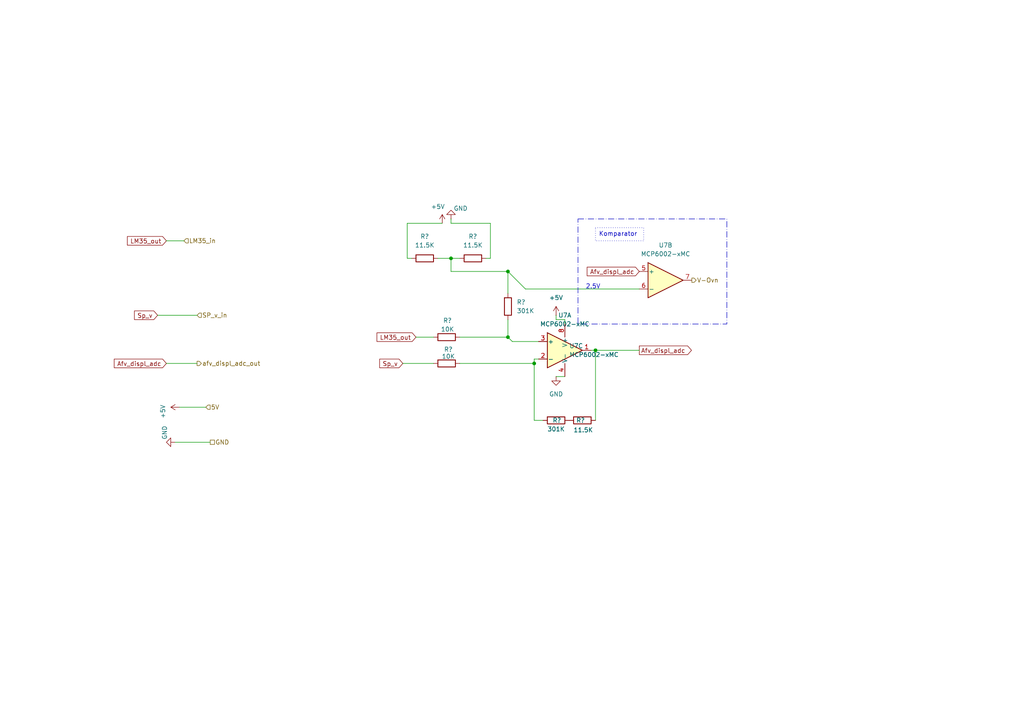
<source format=kicad_sch>
(kicad_sch (version 20231120) (generator "eeschema") (generator_version "8.0")
  (paper "A4")
  (lib_symbols
    (symbol "Amplifier_Operational:MCP6002-xMC" (pin_names (offset 0.127))
      (property "Reference" "U" (at 0 5.08 0))
      (property "Value" "MCP6002-xMC" (at 0 -5.08 0))
      (symbol "MCP6002-xMC_1_1"
        (polyline (pts (xy -5.08 5.08) (xy 5.08 0) (xy -5.08 -5.08) (xy -5.08 5.08)) (stroke (width 0.254)) (fill (type background)))
        (pin output line (at 7.62 0 180) (length 2.54) (name "~") (number "1"))
        (pin input line (at -7.62 -2.54 0) (length 2.54) (name "-") (number "2"))
        (pin input line (at -7.62 2.54 0) (length 2.54) (name "+") (number "3"))
      )
      (symbol "MCP6002-xMC_2_1"
        (polyline (pts (xy -5.08 5.08) (xy 5.08 0) (xy -5.08 -5.08) (xy -5.08 5.08)) (stroke (width 0.254)) (fill (type background)))
        (pin input line (at -7.62 2.54 0) (length 2.54) (name "+") (number "5"))
        (pin input line (at -7.62 -2.54 0) (length 2.54) (name "-") (number "6"))
        (pin output line (at 7.62 0 180) (length 2.54) (name "~") (number "7"))
      )
      (symbol "MCP6002-xMC_3_1"
        (pin power_in line (at -2.54 -7.62 90) (length 3.81) (name "V-") (number "4"))
        (pin power_in line (at -2.54 7.62 270) (length 3.81) (name "V+") (number "8"))
        (pin passive line (at -2.54 -7.62 90) (length 3.81) hide (name "V-") (number "9"))
      )
    )
    (symbol "Device:R" (pin_numbers hide) (pin_names (offset 0))
      (property "Reference" "R" (at 2.032 0 90))
      (property "Value" "R" (at 0 0 90))
      (symbol "R_0_1"
        (rectangle (start -1.016 -2.54) (end 1.016 2.54) (stroke (width 0.254)))
      )
      (symbol "R_1_1"
        (pin passive line (at 0 3.81 270) (length 1.27) (name "~") (number "1"))
        (pin passive line (at 0 -3.81 90) (length 1.27) (name "~") (number "2"))
      )
    )
    (symbol "power:+5V" (power) (pin_numbers hide) (pin_names (offset 0) hide)
      (property "Value" "+5V" (at 0 3.556 0))
      (symbol "+5V_0_1"
        (polyline (pts (xy -0.762 1.27) (xy 0 2.54)))
        (polyline (pts (xy 0 0) (xy 0 2.54)))
        (polyline (pts (xy 0 2.54) (xy 0.762 1.27)))
      )
      (symbol "+5V_1_1"
        (pin power_in line (at 0 0 90) (length 0) (name "~") (number "1"))
      )
    )
    (symbol "power:GND" (power) (pin_numbers hide) (pin_names (offset 0) hide)
      (property "Value" "GND" (at 0 -3.81 0))
      (symbol "GND_0_1"
        (polyline (pts (xy 0 0) (xy 0 -1.27) (xy 1.27 -1.27) (xy 0 -2.54) (xy -1.27 -1.27) (xy 0 -1.27)))
      )
      (symbol "GND_1_1"
        (pin power_in line (at 0 0 270) (length 0) (name "~") (number "1"))
      )
    )
  )
  (junction (at 130.81 74.93))
  (junction (at 147.32 78.74))
  (junction (at 147.32 97.79))
  (junction (at 172.72 101.6))
  (junction (at 154.94 105.41))
  (wire (pts (xy 118.11 74.93) (xy 119.38 74.93)))
  (wire (pts (xy 120.65 97.79) (xy 125.73 97.79)))
  (wire (pts (xy 156.21 104.14) (xy 154.94 104.14)))
  (wire (pts (xy 154.94 105.41) (xy 154.94 121.92)))
  (wire (pts (xy 172.72 101.6) (xy 185.42 101.6)))
  (wire (pts (xy 142.24 74.93) (xy 140.97 74.93)))
  (wire (pts (xy 127 74.93) (xy 130.81 74.93)))
  (wire (pts (xy 116.84 105.41) (xy 125.73 105.41)))
  (wire (pts (xy 118.11 64.77) (xy 118.11 74.93)))
  (wire (pts (xy 130.81 74.93) (xy 130.81 78.74)))
  (wire (pts (xy 130.81 74.93) (xy 133.35 74.93)))
  (wire (pts (xy 48.26 69.85) (xy 53.34 69.85)))
  (wire (pts (xy 185.42 83.82) (xy 152.4 83.82)))
  (wire (pts (xy 163.83 109.22) (xy 161.29 109.22)))
  (wire (pts (xy 163.83 92.71) (xy 161.29 92.71)))
  (wire (pts (xy 171.45 101.6) (xy 172.72 101.6)))
  (wire (pts (xy 154.94 104.14) (xy 154.94 105.41)))
  (wire (pts (xy 133.35 105.41) (xy 154.94 105.41)))
  (wire (pts (xy 172.72 101.6) (xy 172.72 121.92)))
  (wire (pts (xy 50.8 128.27) (xy 60.96 128.27)))
  (wire (pts (xy 142.24 64.77) (xy 142.24 74.93)))
  (wire (pts (xy 48.26 105.41) (xy 57.15 105.41)))
  (wire (pts (xy 130.81 78.74) (xy 147.32 78.74)))
  (wire (pts (xy 147.32 85.09) (xy 147.32 78.74)))
  (wire (pts (xy 118.11 64.77) (xy 128.27 64.77)))
  (wire (pts (xy 163.83 92.71) (xy 163.83 93.98)))
  (wire (pts (xy 52.07 118.11) (xy 59.69 118.11)))
  (wire (pts (xy 148.59 99.06) (xy 147.32 97.79)))
  (wire (pts (xy 161.29 92.71) (xy 161.29 91.44)))
  (wire (pts (xy 156.21 99.06) (xy 148.59 99.06)))
  (wire (pts (xy 152.4 83.82) (xy 147.32 78.74)))
  (wire (pts (xy 142.24 64.77) (xy 130.81 64.77)))
  (wire (pts (xy 133.35 97.79) (xy 147.32 97.79)))
  (wire (pts (xy 154.94 121.92) (xy 157.48 121.92)))
  (wire (pts (xy 130.81 63.5) (xy 130.81 64.77)))
  (wire (pts (xy 45.72 91.44) (xy 57.15 91.44)))
  (wire (pts (xy 147.32 92.71) (xy 147.32 97.79)))
  (rectangle (start 167.64 63.5) (end 210.82 93.98) (stroke (width 0) (type dash_dot)))
  (text_box "Komparator\n" (at 172.72 66.04 0) (size 13.97 3.81) (stroke (width 0) (type dot)) (effects (font (size 1.27 1.27)) (justify left top)))
  (text_box "2.5V" (at 168.91 81.28 0) (size 3.81 2.54) (stroke (width -0.0001)) (effects (font (size 1.27 1.27)) (justify left top)))
  (global_label "Sp_v" (shape input) (at 116.84 105.41 180) (property "Intersheetrefs" "${INTERSHEET_REFS}" (effects (hide yes))))
  (global_label "Sp_v" (shape input) (at 45.72 91.44 180) (property "Intersheetrefs" "${INTERSHEET_REFS}" (effects (hide yes))))
  (global_label "LM35_out" (shape input) (at 48.26 69.85 180) (property "Intersheetrefs" "${INTERSHEET_REFS}" (effects (hide yes))))
  (global_label "Afv_displ_adc" (shape output) (at 185.42 101.6 0) (property "Intersheetrefs" "${INTERSHEET_REFS}" (effects (hide yes))))
  (global_label "Afv_displ_adc" (shape input) (at 48.26 105.41 180) (property "Intersheetrefs" "${INTERSHEET_REFS}" (effects (hide yes))))
  (global_label "LM35_out" (shape input) (at 120.65 97.79 180) (property "Intersheetrefs" "${INTERSHEET_REFS}" (effects (hide yes))))
  (global_label "Afv_displ_adc" (shape input) (at 185.42 78.74 180) (property "Intersheetrefs" "${INTERSHEET_REFS}" (effects (hide yes))))
  (hierarchical_label "GND" (shape passive) (at 60.96 128.27 0))
  (hierarchical_label "5V" (shape input) (at 59.69 118.11 0))
  (hierarchical_label "LM35_in" (shape input) (at 53.34 69.85 0))
  (hierarchical_label "afv_displ_adc_out" (shape output) (at 57.15 105.41 0))
  (hierarchical_label "SP_v_in" (shape input) (at 57.15 91.44 0))
  (hierarchical_label "V-Ovn" (shape output) (at 200.66 81.28 0))
  (symbol (lib_id "power:GND") (at 161.29 109.22 0) (unit 1)
    (property "Reference" "#PWR?" (effects (hide yes)))
    (property "Value" "GND" (at 161.29 114.3 0))
    (property "Description" "Power symbol creates a global label with name \"GND\" , ground" (effects (hide yes)))
  )
  (symbol (lib_id "Device:R") (at 129.54 97.79 90) (unit 1)
    (property "Reference" "R?" (at 129.794 92.964 90))
    (property "Value" "10K" (at 129.794 95.504 90))
    (property "Footprint" "Resistor_THT:R_Axial_DIN0204_L3.6mm_D1.6mm_P5.08mm_Horizontal" (effects (hide yes)))
    (property "Description" "Resistor" (effects (hide yes)))
  )
  (symbol (lib_id "power:+5V") (at 128.27 64.77 0) (unit 1)
    (property "Reference" "#PWR?" (effects (hide yes)))
    (property "Value" "+5V" (at 127 59.944 0))
    (property "Description" "Power symbol creates a global label with name \"+5V\"" (effects (hide yes)))
  )
  (symbol (lib_id "Device:R") (at 168.91 121.92 90) (unit 1)
    (property "Reference" "R?" (at 168.402 121.92 90))
    (property "Value" "11.5K" (at 169.164 124.714 90))
    (property "Footprint" "Resistor_THT:R_Axial_DIN0204_L3.6mm_D1.6mm_P5.08mm_Horizontal" (effects (hide yes)))
    (property "Description" "Resistor" (effects (hide yes)))
  )
  (symbol (lib_id "Amplifier_Operational:MCP6002-xMC") (at 193.04 81.28 0) (unit 2)
    (property "Reference" "U7" (at 193.04 71.12 0))
    (property "Value" "MCP6002-xMC" (at 193.04 73.66 0))
    (property "Footprint" "Package_DIP:DIP-8_W7.62mm" (effects (hide yes)))
    (property "Datasheet" "http://ww1.microchip.com/downloads/en/DeviceDoc/21733j.pdf" (effects (hide yes)))
    (property "Description" "1MHz, Low-Power Op Amp, DFN-8" (effects (hide yes)))
  )
  (symbol (lib_id "Device:R") (at 161.29 121.92 90) (unit 1)
    (property "Reference" "R?" (at 161.544 121.92 90))
    (property "Value" "301K" (at 161.29 124.46 90))
    (property "Footprint" "Resistor_THT:R_Axial_DIN0204_L3.6mm_D1.6mm_P5.08mm_Horizontal" (effects (hide yes)))
    (property "Description" "Resistor" (effects (hide yes)))
  )
  (symbol (lib_id "Device:R") (at 129.54 105.41 90) (unit 1)
    (property "Reference" "R?" (at 130.048 101.346 90))
    (property "Value" "10K" (at 130.048 103.378 90))
    (property "Footprint" "Resistor_THT:R_Axial_DIN0204_L3.6mm_D1.6mm_P5.08mm_Horizontal" (effects (hide yes)))
    (property "Description" "Resistor" (effects (hide yes)))
  )
  (symbol (lib_id "Amplifier_Operational:MCP6002-xMC") (at 163.83 101.6 0) (unit 1)
    (property "Reference" "U7" (at 163.83 91.44 0))
    (property "Value" "MCP6002-xMC" (at 163.83 93.98 0))
    (property "Footprint" "Package_DIP:DIP-8_W7.62mm" (effects (hide yes)))
    (property "Datasheet" "http://ww1.microchip.com/downloads/en/DeviceDoc/21733j.pdf" (effects (hide yes)))
    (property "Description" "1MHz, Low-Power Op Amp, DFN-8" (effects (hide yes)))
  )
  (symbol (lib_id "power:+5V") (at 161.29 91.44 0) (unit 1)
    (property "Reference" "#PWR?" (effects (hide yes)))
    (property "Value" "+5V" (at 161.29 86.36 0))
    (property "Description" "Power symbol creates a global label with name \"+5V\"" (effects (hide yes)))
  )
  (symbol (lib_id "power:GND") (at 50.8 128.27 270) (unit 1)
    (property "Reference" "#PWR?" (effects (hide yes)))
    (property "Value" "GND" (at 47.752 125.476 0))
    (property "Description" "Power symbol creates a global label with name \"GND\" , ground" (effects (hide yes)))
  )
  (symbol (lib_id "Device:R") (at 137.16 74.93 90) (unit 1)
    (property "Reference" "R?" (at 137.16 68.58 90))
    (property "Value" "11.5K" (at 137.16 71.12 90))
    (property "Footprint" "Resistor_THT:R_Axial_DIN0204_L3.6mm_D1.6mm_P5.08mm_Horizontal" (effects (hide yes)))
    (property "Description" "Resistor" (effects (hide yes)))
  )
  (symbol (lib_id "Amplifier_Operational:MCP6002-xMC") (at 166.37 101.6 0) (unit 3)
    (property "Reference" "U7" (at 165.1 100.3299 0) (effects (justify left)))
    (property "Value" "MCP6002-xMC" (at 165.1 102.8699 0) (effects (justify left)))
    (property "Footprint" "Package_DIP:DIP-8_W7.62mm" (effects (hide yes)))
    (property "Datasheet" "http://ww1.microchip.com/downloads/en/DeviceDoc/21733j.pdf" (effects (hide yes)))
    (property "Description" "1MHz, Low-Power Op Amp, DFN-8" (effects (hide yes)))
  )
  (symbol (lib_id "Device:R") (at 147.32 88.9 0) (unit 1)
    (property "Reference" "R?" (at 149.86 87.6299 0) (effects (justify left)))
    (property "Value" "301K" (at 149.86 90.1699 0) (effects (justify left)))
    (property "Footprint" "Resistor_THT:R_Axial_DIN0204_L3.6mm_D1.6mm_P5.08mm_Horizontal" (effects (hide yes)))
    (property "Description" "Resistor" (effects (hide yes)))
  )
  (symbol (lib_id "Device:R") (at 123.19 74.93 270) (unit 1)
    (property "Reference" "R?" (at 123.19 68.58 90))
    (property "Value" "11.5K" (at 123.19 71.12 90))
    (property "Footprint" "Resistor_THT:R_Axial_DIN0204_L3.6mm_D1.6mm_P5.08mm_Horizontal" (effects (hide yes)))
    (property "Description" "Resistor" (effects (hide yes)))
  )
  (symbol (lib_id "power:+5V") (at 52.07 118.11 90) (unit 1)
    (property "Reference" "#PWR?" (effects (hide yes)))
    (property "Value" "+5V" (at 47.244 119.38 0))
    (property "Description" "Power symbol creates a global label with name \"+5V\"" (effects (hide yes)))
  )
  (symbol (lib_id "power:GND") (at 130.81 63.5 180) (unit 1)
    (property "Reference" "#PWR?" (effects (hide yes)))
    (property "Value" "GND" (at 133.604 60.452 0))
    (property "Description" "Power symbol creates a global label with name \"GND\" , ground" (effects (hide yes)))
  )
)
</source>
